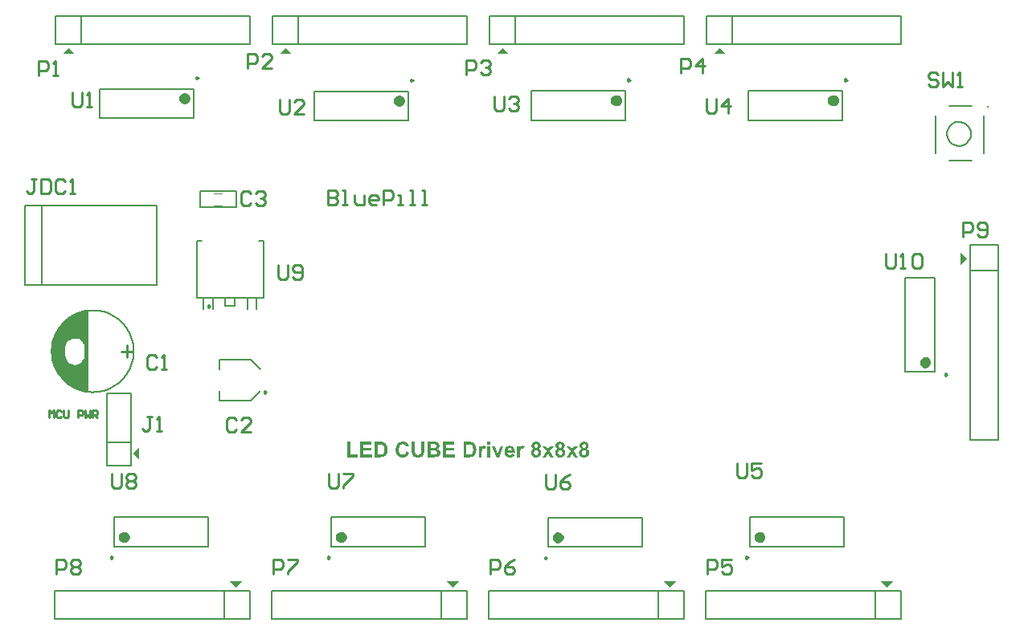
<source format=gto>
G04*
G04 #@! TF.GenerationSoftware,Altium Limited,Altium Designer,18.1.6 (161)*
G04*
G04 Layer_Color=65535*
%FSLAX25Y25*%
%MOIN*%
G70*
G01*
G75*
%ADD10C,0.02362*%
%ADD11C,0.00984*%
%ADD12C,0.01000*%
%ADD13C,0.00700*%
%ADD14C,0.00600*%
%ADD15C,0.00787*%
%ADD16C,0.00400*%
%ADD17C,0.00500*%
G36*
X240500Y162500D02*
X243000Y165000D01*
X238000D01*
X240500Y162500D01*
D02*
G37*
G36*
X197600Y218100D02*
X200100Y215600D01*
Y220600D01*
X197600Y218100D01*
D02*
G37*
G36*
X178500Y258000D02*
X175000Y254500D01*
X172207D01*
X172040Y254508D01*
X171712Y254573D01*
X171402Y254702D01*
X171124Y254888D01*
X171000Y255000D01*
D01*
X170353Y255646D01*
X170274Y255734D01*
X170142Y255931D01*
X170052Y256150D01*
X170006Y256382D01*
X170000Y256500D01*
D01*
X169500Y257000D01*
X169387Y257124D01*
X169202Y257402D01*
X169073Y257712D01*
X169008Y258040D01*
X169000Y258207D01*
D01*
Y263293D01*
X169008Y263460D01*
X169073Y263788D01*
X169202Y264098D01*
X169387Y264376D01*
X169500Y264500D01*
Y264500D01*
X170646Y265646D01*
X170734Y265726D01*
X170931Y265858D01*
X171150Y265948D01*
X171382Y265994D01*
X171500Y266000D01*
X171624Y266112D01*
X171902Y266298D01*
X172212Y266426D01*
X172540Y266492D01*
X172707Y266500D01*
D01*
X174086D01*
X174420Y266484D01*
X175077Y266353D01*
X175695Y266097D01*
X176252Y265725D01*
X176500Y265500D01*
D01*
X177646Y264353D01*
X177726Y264266D01*
X177857Y264069D01*
X177948Y263850D01*
X177994Y263618D01*
X178000Y263500D01*
D01*
X178500D01*
Y277500D01*
X173000Y275500D01*
X169000Y272500D01*
X166000Y268500D01*
X164000Y262500D01*
Y258500D01*
X165500Y253500D01*
X168500Y249000D01*
X172000Y246000D01*
X176500Y244000D01*
X178500Y243500D01*
Y258000D01*
D02*
G37*
G36*
X171000Y386500D02*
X168500Y384000D01*
X173500D01*
X171000Y386500D01*
D02*
G37*
G36*
X261000D02*
X258500Y384000D01*
X263500D01*
X261000Y386500D01*
D02*
G37*
G36*
X330500Y162500D02*
X333000Y165000D01*
X328000D01*
X330500Y162500D01*
D02*
G37*
G36*
X420500D02*
X423000Y165000D01*
X418000D01*
X420500Y162500D01*
D02*
G37*
G36*
X510500D02*
X513000Y165000D01*
X508000D01*
X510500Y162500D01*
D02*
G37*
G36*
X351000Y386500D02*
X348500Y384000D01*
X353500D01*
X351000Y386500D01*
D02*
G37*
G36*
X441000D02*
X438500Y384000D01*
X443500D01*
X441000Y386500D01*
D02*
G37*
G36*
X543500Y299000D02*
X541000Y301500D01*
Y296500D01*
X543500Y299000D01*
D02*
G37*
G36*
X345870Y221780D02*
X344640D01*
Y222912D01*
X345870D01*
Y221780D01*
D02*
G37*
G36*
X309817Y223010D02*
X309914Y223000D01*
X310031Y222981D01*
X310158Y222961D01*
X310295Y222932D01*
X310451Y222893D01*
X310597Y222844D01*
X310763Y222795D01*
X310919Y222727D01*
X311076Y222639D01*
X311232Y222551D01*
X311378Y222444D01*
X311525Y222317D01*
X311534D01*
X311544Y222297D01*
X311593Y222239D01*
X311671Y222151D01*
X311769Y222014D01*
X311876Y221849D01*
X311993Y221653D01*
X312101Y221419D01*
X312188Y221146D01*
X310910Y220843D01*
Y220853D01*
X310900Y220863D01*
X310890Y220921D01*
X310851Y221009D01*
X310802Y221126D01*
X310744Y221253D01*
X310656Y221380D01*
X310558Y221507D01*
X310432Y221624D01*
X310412Y221634D01*
X310363Y221673D01*
X310295Y221722D01*
X310188Y221770D01*
X310061Y221829D01*
X309905Y221868D01*
X309739Y221907D01*
X309553Y221917D01*
X309485D01*
X309436Y221907D01*
X309377Y221897D01*
X309309Y221887D01*
X309143Y221849D01*
X308958Y221790D01*
X308763Y221702D01*
X308675Y221643D01*
X308577Y221575D01*
X308489Y221487D01*
X308401Y221399D01*
Y221390D01*
X308382Y221380D01*
X308362Y221341D01*
X308333Y221302D01*
X308304Y221243D01*
X308265Y221175D01*
X308226Y221097D01*
X308187Y220999D01*
X308138Y220892D01*
X308099Y220775D01*
X308060Y220638D01*
X308031Y220482D01*
X308001Y220326D01*
X307982Y220141D01*
X307972Y219945D01*
X307962Y219740D01*
Y219731D01*
Y219691D01*
Y219623D01*
X307972Y219545D01*
Y219438D01*
X307982Y219330D01*
X308001Y219203D01*
X308021Y219067D01*
X308070Y218784D01*
X308148Y218491D01*
X308196Y218354D01*
X308255Y218228D01*
X308314Y218110D01*
X308392Y218003D01*
X308401Y217993D01*
X308411Y217984D01*
X308470Y217925D01*
X308567Y217847D01*
X308694Y217749D01*
X308860Y217652D01*
X309055Y217574D01*
X309280Y217515D01*
X309397Y217505D01*
X309524Y217495D01*
X309573D01*
X309612Y217505D01*
X309709Y217515D01*
X309826Y217535D01*
X309973Y217574D01*
X310119Y217632D01*
X310266Y217710D01*
X310412Y217818D01*
X310432Y217837D01*
X310471Y217876D01*
X310539Y217964D01*
X310617Y218071D01*
X310705Y218218D01*
X310793Y218403D01*
X310880Y218608D01*
X310949Y218862D01*
X312208Y218472D01*
Y218462D01*
X312198Y218423D01*
X312179Y218374D01*
X312149Y218296D01*
X312120Y218208D01*
X312081Y218110D01*
X312032Y217993D01*
X311974Y217876D01*
X311847Y217622D01*
X311681Y217359D01*
X311476Y217115D01*
X311368Y216998D01*
X311242Y216900D01*
X311232Y216890D01*
X311212Y216881D01*
X311173Y216851D01*
X311124Y216822D01*
X311056Y216783D01*
X310978Y216744D01*
X310880Y216695D01*
X310773Y216646D01*
X310656Y216598D01*
X310529Y216549D01*
X310392Y216510D01*
X310246Y216471D01*
X310080Y216441D01*
X309914Y216412D01*
X309729Y216402D01*
X309543Y216393D01*
X309485D01*
X309417Y216402D01*
X309329D01*
X309221Y216422D01*
X309094Y216441D01*
X308958Y216461D01*
X308802Y216500D01*
X308636Y216549D01*
X308470Y216607D01*
X308294Y216676D01*
X308118Y216763D01*
X307943Y216861D01*
X307767Y216978D01*
X307601Y217105D01*
X307445Y217261D01*
X307435Y217271D01*
X307406Y217300D01*
X307367Y217349D01*
X307318Y217417D01*
X307259Y217505D01*
X307181Y217613D01*
X307113Y217740D01*
X307035Y217886D01*
X306957Y218042D01*
X306889Y218228D01*
X306820Y218423D01*
X306752Y218637D01*
X306703Y218862D01*
X306664Y219106D01*
X306635Y219369D01*
X306625Y219643D01*
Y219662D01*
Y219711D01*
X306635Y219799D01*
Y219906D01*
X306654Y220043D01*
X306664Y220199D01*
X306693Y220365D01*
X306733Y220550D01*
X306771Y220755D01*
X306830Y220951D01*
X306889Y221165D01*
X306967Y221370D01*
X307064Y221575D01*
X307172Y221770D01*
X307299Y221956D01*
X307445Y222131D01*
X307455Y222141D01*
X307484Y222171D01*
X307533Y222210D01*
X307591Y222268D01*
X307679Y222337D01*
X307777Y222415D01*
X307894Y222493D01*
X308031Y222581D01*
X308177Y222659D01*
X308343Y222737D01*
X308519Y222815D01*
X308714Y222883D01*
X308919Y222942D01*
X309143Y222981D01*
X309377Y223010D01*
X309621Y223020D01*
X309739D01*
X309817Y223010D01*
D02*
G37*
G36*
X359378Y221234D02*
X359485Y221214D01*
X359602Y221185D01*
X359749Y221146D01*
X359895Y221087D01*
X360042Y221009D01*
X359661Y219935D01*
X359651Y219945D01*
X359612Y219965D01*
X359544Y220004D01*
X359475Y220043D01*
X359378Y220072D01*
X359280Y220111D01*
X359183Y220131D01*
X359075Y220141D01*
X359036D01*
X358987Y220131D01*
X358929Y220121D01*
X358861Y220101D01*
X358783Y220082D01*
X358704Y220043D01*
X358636Y219994D01*
X358626Y219984D01*
X358607Y219965D01*
X358578Y219926D01*
X358539Y219877D01*
X358490Y219809D01*
X358441Y219711D01*
X358392Y219604D01*
X358353Y219477D01*
Y219457D01*
X358343Y219438D01*
X358334Y219399D01*
Y219360D01*
X358324Y219301D01*
X358314Y219223D01*
X358304Y219145D01*
X358295Y219047D01*
X358285Y218940D01*
X358275Y218813D01*
Y218667D01*
X358265Y218511D01*
X358256Y218335D01*
Y218140D01*
Y217925D01*
Y216500D01*
X357026D01*
Y221146D01*
X358168D01*
Y220492D01*
X358177Y220502D01*
X358217Y220560D01*
X358275Y220638D01*
X358343Y220736D01*
X358421Y220843D01*
X358509Y220941D01*
X358607Y221029D01*
X358695Y221097D01*
X358704Y221107D01*
X358734Y221116D01*
X358783Y221146D01*
X358851Y221175D01*
X358929Y221195D01*
X359017Y221224D01*
X359114Y221234D01*
X359222Y221243D01*
X359290D01*
X359378Y221234D01*
D02*
G37*
G36*
X343450D02*
X343557Y221214D01*
X343674Y221185D01*
X343821Y221146D01*
X343967Y221087D01*
X344113Y221009D01*
X343733Y219935D01*
X343723Y219945D01*
X343684Y219965D01*
X343616Y220004D01*
X343547Y220043D01*
X343450Y220072D01*
X343352Y220111D01*
X343254Y220131D01*
X343147Y220141D01*
X343108D01*
X343059Y220131D01*
X343001Y220121D01*
X342932Y220101D01*
X342854Y220082D01*
X342776Y220043D01*
X342708Y219994D01*
X342698Y219984D01*
X342679Y219965D01*
X342649Y219926D01*
X342610Y219877D01*
X342561Y219809D01*
X342513Y219711D01*
X342464Y219604D01*
X342425Y219477D01*
Y219457D01*
X342415Y219438D01*
X342405Y219399D01*
Y219360D01*
X342395Y219301D01*
X342386Y219223D01*
X342376Y219145D01*
X342366Y219047D01*
X342356Y218940D01*
X342347Y218813D01*
Y218667D01*
X342337Y218511D01*
X342327Y218335D01*
Y218140D01*
Y217925D01*
Y216500D01*
X341097D01*
Y221146D01*
X342239D01*
Y220492D01*
X342249Y220502D01*
X342288Y220560D01*
X342347Y220638D01*
X342415Y220736D01*
X342493Y220843D01*
X342581Y220941D01*
X342679Y221029D01*
X342766Y221097D01*
X342776Y221107D01*
X342805Y221116D01*
X342854Y221146D01*
X342923Y221175D01*
X343001Y221195D01*
X343089Y221224D01*
X343186Y221234D01*
X343293Y221243D01*
X343362D01*
X343450Y221234D01*
D02*
G37*
G36*
X380518Y218940D02*
X382236Y216500D01*
X380733D01*
X379786Y217935D01*
X378830Y216500D01*
X377395D01*
X379064Y218891D01*
X377463Y221146D01*
X378966D01*
X379786Y219867D01*
X380655Y221146D01*
X382089D01*
X380518Y218940D01*
D02*
G37*
G36*
X370563D02*
X372281Y216500D01*
X370778D01*
X369831Y217935D01*
X368874Y216500D01*
X367440D01*
X369109Y218891D01*
X367508Y221146D01*
X369011D01*
X369831Y219867D01*
X370700Y221146D01*
X372134D01*
X370563Y218940D01*
D02*
G37*
G36*
X349511Y216500D02*
X348408D01*
X346534Y221146D01*
X347822D01*
X348700Y218774D01*
X348954Y217974D01*
Y217984D01*
X348974Y218023D01*
X348984Y218071D01*
X349003Y218140D01*
X349052Y218267D01*
X349071Y218325D01*
X349081Y218374D01*
Y218384D01*
X349091Y218403D01*
X349101Y218442D01*
X349120Y218501D01*
X349159Y218628D01*
X349208Y218774D01*
X350096Y221146D01*
X351355D01*
X349511Y216500D01*
D02*
G37*
G36*
X318415Y219535D02*
Y219526D01*
Y219487D01*
Y219428D01*
Y219350D01*
Y219252D01*
X318405Y219145D01*
Y219028D01*
Y218901D01*
X318386Y218628D01*
X318366Y218364D01*
X318357Y218237D01*
X318347Y218110D01*
X318327Y218003D01*
X318308Y217905D01*
Y217896D01*
Y217886D01*
X318288Y217827D01*
X318259Y217740D01*
X318220Y217622D01*
X318161Y217495D01*
X318103Y217359D01*
X318015Y217222D01*
X317917Y217095D01*
X317908Y217086D01*
X317869Y217037D01*
X317800Y216978D01*
X317722Y216910D01*
X317605Y216822D01*
X317478Y216734D01*
X317332Y216646D01*
X317166Y216568D01*
X317156D01*
X317146Y216559D01*
X317117Y216549D01*
X317078Y216539D01*
X317039Y216529D01*
X316981Y216510D01*
X316834Y216480D01*
X316658Y216441D01*
X316453Y216412D01*
X316209Y216393D01*
X315936Y216383D01*
X315790D01*
X315712Y216393D01*
X315624D01*
X315419Y216412D01*
X315194Y216432D01*
X314970Y216471D01*
X314745Y216519D01*
X314648Y216549D01*
X314550Y216588D01*
X314541D01*
X314531Y216598D01*
X314472Y216627D01*
X314384Y216676D01*
X314277Y216734D01*
X314160Y216822D01*
X314033Y216910D01*
X313916Y217027D01*
X313799Y217144D01*
X313789Y217164D01*
X313760Y217203D01*
X313711Y217271D01*
X313652Y217359D01*
X313594Y217466D01*
X313535Y217593D01*
X313477Y217720D01*
X313438Y217857D01*
Y217866D01*
Y217886D01*
X313428Y217915D01*
X313418Y217964D01*
X313408Y218013D01*
X313399Y218091D01*
X313389Y218169D01*
X313379Y218267D01*
X313369Y218374D01*
X313359Y218491D01*
X313350Y218628D01*
X313340Y218774D01*
X313330Y218930D01*
Y219106D01*
X313320Y219291D01*
Y219487D01*
Y222912D01*
X314619D01*
Y219428D01*
Y219418D01*
Y219389D01*
Y219350D01*
Y219291D01*
Y219233D01*
Y219155D01*
X314628Y218979D01*
Y218803D01*
X314638Y218628D01*
X314648Y218472D01*
Y218403D01*
X314658Y218354D01*
Y218335D01*
X314677Y218286D01*
X314706Y218218D01*
X314736Y218130D01*
X314794Y218023D01*
X314863Y217915D01*
X314941Y217818D01*
X315048Y217720D01*
X315068Y217710D01*
X315107Y217681D01*
X315175Y217642D01*
X315272Y217603D01*
X315390Y217564D01*
X315536Y217525D01*
X315712Y217495D01*
X315897Y217486D01*
X315985D01*
X316083Y217495D01*
X316209Y217515D01*
X316336Y217544D01*
X316473Y217583D01*
X316600Y217632D01*
X316717Y217710D01*
X316727Y217720D01*
X316766Y217749D01*
X316815Y217798D01*
X316863Y217866D01*
X316922Y217945D01*
X316981Y218032D01*
X317029Y218140D01*
X317059Y218257D01*
Y218276D01*
X317068Y218325D01*
X317078Y218403D01*
X317088Y218520D01*
X317098Y218667D01*
X317107Y218862D01*
Y218969D01*
X317117Y219086D01*
Y219213D01*
Y219350D01*
Y222912D01*
X318415D01*
Y219535D01*
D02*
G37*
G36*
X345870Y216500D02*
X344640D01*
Y221146D01*
X345870D01*
Y216500D01*
D02*
G37*
G36*
X337330Y222903D02*
X337506Y222893D01*
X337711Y222883D01*
X337906Y222864D01*
X338101Y222825D01*
X338277Y222785D01*
X338287D01*
X338306Y222776D01*
X338335Y222766D01*
X338374Y222756D01*
X338472Y222707D01*
X338609Y222649D01*
X338755Y222571D01*
X338911Y222463D01*
X339077Y222337D01*
X339233Y222190D01*
X339243D01*
X339253Y222171D01*
X339302Y222112D01*
X339370Y222024D01*
X339468Y221907D01*
X339565Y221751D01*
X339663Y221575D01*
X339760Y221380D01*
X339848Y221156D01*
Y221146D01*
X339858Y221126D01*
X339868Y221097D01*
X339877Y221048D01*
X339897Y220990D01*
X339916Y220912D01*
X339936Y220833D01*
X339955Y220736D01*
X339975Y220628D01*
X339995Y220521D01*
X340034Y220258D01*
X340053Y219965D01*
X340063Y219643D01*
Y219633D01*
Y219604D01*
Y219565D01*
Y219506D01*
X340053Y219438D01*
Y219360D01*
X340034Y219174D01*
X340014Y218959D01*
X339975Y218735D01*
X339926Y218501D01*
X339858Y218276D01*
Y218267D01*
X339848Y218247D01*
X339838Y218208D01*
X339819Y218159D01*
X339790Y218101D01*
X339760Y218032D01*
X339682Y217876D01*
X339585Y217691D01*
X339468Y217505D01*
X339331Y217320D01*
X339175Y217144D01*
X339155Y217134D01*
X339116Y217086D01*
X339038Y217027D01*
X338941Y216959D01*
X338804Y216871D01*
X338648Y216783D01*
X338472Y216705D01*
X338267Y216627D01*
X338247Y216617D01*
X338189Y216607D01*
X338101Y216588D01*
X337965Y216568D01*
X337808Y216539D01*
X337613Y216519D01*
X337379Y216510D01*
X337125Y216500D01*
X334705D01*
Y222912D01*
X337252D01*
X337330Y222903D01*
D02*
G37*
G36*
X330986Y221829D02*
X327541D01*
Y220404D01*
X330742D01*
Y219321D01*
X327541D01*
Y217583D01*
X331113D01*
Y216500D01*
X326243D01*
Y222912D01*
X330986D01*
Y221829D01*
D02*
G37*
G36*
X322768Y222903D02*
X322954Y222893D01*
X323139Y222883D01*
X323315Y222864D01*
X323471Y222844D01*
X323490D01*
X323539Y222834D01*
X323607Y222815D01*
X323695Y222785D01*
X323803Y222756D01*
X323920Y222707D01*
X324027Y222649D01*
X324144Y222581D01*
X324154Y222571D01*
X324193Y222541D01*
X324252Y222502D01*
X324320Y222434D01*
X324388Y222356D01*
X324476Y222268D01*
X324554Y222161D01*
X324632Y222044D01*
X324642Y222024D01*
X324662Y221985D01*
X324701Y221917D01*
X324740Y221829D01*
X324769Y221712D01*
X324808Y221585D01*
X324828Y221448D01*
X324837Y221292D01*
Y221273D01*
Y221214D01*
X324828Y221126D01*
X324808Y221019D01*
X324779Y220892D01*
X324730Y220755D01*
X324671Y220609D01*
X324593Y220463D01*
X324584Y220443D01*
X324545Y220404D01*
X324496Y220336D01*
X324418Y220258D01*
X324320Y220160D01*
X324213Y220072D01*
X324076Y219984D01*
X323930Y219906D01*
X323939D01*
X323959Y219897D01*
X323988Y219887D01*
X324027Y219877D01*
X324135Y219828D01*
X324261Y219770D01*
X324408Y219691D01*
X324554Y219594D01*
X324701Y219467D01*
X324828Y219321D01*
X324837Y219301D01*
X324876Y219252D01*
X324925Y219164D01*
X324993Y219047D01*
X325052Y218901D01*
X325101Y218745D01*
X325140Y218559D01*
X325150Y218354D01*
Y218335D01*
Y218276D01*
X325140Y218198D01*
X325120Y218081D01*
X325101Y217954D01*
X325062Y217808D01*
X325013Y217661D01*
X324945Y217505D01*
X324935Y217486D01*
X324906Y217437D01*
X324857Y217359D01*
X324798Y217271D01*
X324720Y217164D01*
X324623Y217056D01*
X324515Y216939D01*
X324388Y216842D01*
X324369Y216832D01*
X324330Y216803D01*
X324252Y216763D01*
X324144Y216715D01*
X324017Y216656D01*
X323871Y216607D01*
X323705Y216568D01*
X323520Y216539D01*
X323481D01*
X323451Y216529D01*
X323354D01*
X323285Y216519D01*
X323110D01*
X322993Y216510D01*
X322729D01*
X322563Y216500D01*
X319782D01*
Y222912D01*
X322602D01*
X322768Y222903D01*
D02*
G37*
G36*
X300535D02*
X300711Y222893D01*
X300916Y222883D01*
X301111Y222864D01*
X301306Y222825D01*
X301482Y222785D01*
X301491D01*
X301511Y222776D01*
X301540Y222766D01*
X301579Y222756D01*
X301677Y222707D01*
X301813Y222649D01*
X301960Y222571D01*
X302116Y222463D01*
X302282Y222337D01*
X302438Y222190D01*
X302448D01*
X302458Y222171D01*
X302506Y222112D01*
X302575Y222024D01*
X302672Y221907D01*
X302770Y221751D01*
X302868Y221575D01*
X302965Y221380D01*
X303053Y221156D01*
Y221146D01*
X303063Y221126D01*
X303073Y221097D01*
X303082Y221048D01*
X303102Y220990D01*
X303121Y220912D01*
X303141Y220833D01*
X303160Y220736D01*
X303180Y220628D01*
X303199Y220521D01*
X303238Y220258D01*
X303258Y219965D01*
X303268Y219643D01*
Y219633D01*
Y219604D01*
Y219565D01*
Y219506D01*
X303258Y219438D01*
Y219360D01*
X303238Y219174D01*
X303219Y218959D01*
X303180Y218735D01*
X303131Y218501D01*
X303063Y218276D01*
Y218267D01*
X303053Y218247D01*
X303043Y218208D01*
X303024Y218159D01*
X302994Y218101D01*
X302965Y218032D01*
X302887Y217876D01*
X302789Y217691D01*
X302672Y217505D01*
X302536Y217320D01*
X302379Y217144D01*
X302360Y217134D01*
X302321Y217086D01*
X302243Y217027D01*
X302145Y216959D01*
X302009Y216871D01*
X301852Y216783D01*
X301677Y216705D01*
X301472Y216627D01*
X301452Y216617D01*
X301394Y216607D01*
X301306Y216588D01*
X301169Y216568D01*
X301013Y216539D01*
X300818Y216519D01*
X300584Y216510D01*
X300330Y216500D01*
X297909D01*
Y222912D01*
X300457D01*
X300535Y222903D01*
D02*
G37*
G36*
X296680Y221829D02*
X293234D01*
Y220404D01*
X296436D01*
Y219321D01*
X293234D01*
Y217583D01*
X296807D01*
Y216500D01*
X291936D01*
Y222912D01*
X296680D01*
Y221829D01*
D02*
G37*
G36*
X287798Y217583D02*
X291009D01*
Y216500D01*
X286500D01*
Y222854D01*
X287798D01*
Y217583D01*
D02*
G37*
G36*
X384920Y222922D02*
X384998D01*
X385086Y222912D01*
X385183Y222893D01*
X385291Y222873D01*
X385515Y222815D01*
X385749Y222737D01*
X385984Y222620D01*
X386091Y222541D01*
X386189Y222463D01*
X386198Y222454D01*
X386208Y222444D01*
X386237Y222415D01*
X386267Y222375D01*
X386345Y222278D01*
X386442Y222141D01*
X386540Y221966D01*
X386618Y221761D01*
X386677Y221536D01*
X386686Y221409D01*
X386696Y221273D01*
Y221253D01*
Y221195D01*
X386686Y221116D01*
X386667Y221009D01*
X386638Y220882D01*
X386599Y220755D01*
X386540Y220619D01*
X386462Y220482D01*
X386452Y220463D01*
X386423Y220424D01*
X386364Y220365D01*
X386296Y220287D01*
X386198Y220199D01*
X386091Y220111D01*
X385954Y220033D01*
X385808Y219955D01*
X385818D01*
X385827Y219945D01*
X385857Y219935D01*
X385896Y219916D01*
X385993Y219867D01*
X386111Y219799D01*
X386237Y219711D01*
X386374Y219604D01*
X386501Y219477D01*
X386618Y219330D01*
X386628Y219311D01*
X386667Y219262D01*
X386706Y219174D01*
X386765Y219057D01*
X386813Y218920D01*
X386862Y218755D01*
X386891Y218569D01*
X386901Y218374D01*
Y218364D01*
Y218335D01*
Y218286D01*
X386891Y218228D01*
X386882Y218149D01*
X386872Y218062D01*
X386852Y217964D01*
X386833Y217857D01*
X386765Y217632D01*
X386716Y217515D01*
X386657Y217388D01*
X386589Y217271D01*
X386521Y217154D01*
X386423Y217037D01*
X386325Y216929D01*
X386315Y216920D01*
X386296Y216910D01*
X386267Y216881D01*
X386218Y216842D01*
X386169Y216803D01*
X386101Y216754D01*
X386013Y216705D01*
X385925Y216656D01*
X385827Y216607D01*
X385710Y216559D01*
X385583Y216510D01*
X385457Y216471D01*
X385310Y216432D01*
X385154Y216402D01*
X384998Y216393D01*
X384822Y216383D01*
X384734D01*
X384676Y216393D01*
X384598D01*
X384510Y216412D01*
X384412Y216422D01*
X384315Y216441D01*
X384081Y216500D01*
X383837Y216578D01*
X383593Y216695D01*
X383475Y216763D01*
X383368Y216842D01*
X383358Y216851D01*
X383339Y216871D01*
X383309Y216900D01*
X383261Y216939D01*
X383212Y216998D01*
X383153Y217066D01*
X383095Y217144D01*
X383026Y217232D01*
X382968Y217330D01*
X382899Y217437D01*
X382841Y217564D01*
X382792Y217691D01*
X382743Y217837D01*
X382714Y217993D01*
X382695Y218149D01*
X382685Y218325D01*
Y218335D01*
Y218345D01*
Y218374D01*
Y218413D01*
X382695Y218511D01*
X382714Y218637D01*
X382743Y218784D01*
X382792Y218950D01*
X382851Y219116D01*
X382939Y219282D01*
Y219291D01*
X382948Y219301D01*
X382987Y219350D01*
X383046Y219438D01*
X383134Y219535D01*
X383251Y219643D01*
X383387Y219750D01*
X383553Y219857D01*
X383749Y219955D01*
X383739D01*
X383729Y219965D01*
X383671Y219994D01*
X383593Y220033D01*
X383485Y220101D01*
X383378Y220170D01*
X383261Y220267D01*
X383153Y220375D01*
X383065Y220502D01*
X383056Y220521D01*
X383036Y220560D01*
X382997Y220638D01*
X382958Y220726D01*
X382919Y220843D01*
X382880Y220980D01*
X382860Y221116D01*
X382851Y221273D01*
Y221282D01*
Y221302D01*
Y221341D01*
X382860Y221390D01*
X382870Y221458D01*
X382880Y221526D01*
X382909Y221692D01*
X382968Y221878D01*
X383065Y222083D01*
X383114Y222180D01*
X383183Y222278D01*
X383261Y222375D01*
X383348Y222463D01*
X383358Y222473D01*
X383368Y222483D01*
X383397Y222502D01*
X383436Y222541D01*
X383495Y222571D01*
X383553Y222610D01*
X383631Y222659D01*
X383710Y222698D01*
X383807Y222746D01*
X383915Y222785D01*
X384032Y222825D01*
X384159Y222864D01*
X384295Y222893D01*
X384442Y222912D01*
X384608Y222922D01*
X384773Y222932D01*
X384861D01*
X384920Y222922D01*
D02*
G37*
G36*
X374965D02*
X375043D01*
X375131Y222912D01*
X375228Y222893D01*
X375336Y222873D01*
X375560Y222815D01*
X375794Y222737D01*
X376028Y222620D01*
X376136Y222541D01*
X376233Y222463D01*
X376243Y222454D01*
X376253Y222444D01*
X376282Y222415D01*
X376311Y222375D01*
X376390Y222278D01*
X376487Y222141D01*
X376585Y221966D01*
X376663Y221761D01*
X376721Y221536D01*
X376731Y221409D01*
X376741Y221273D01*
Y221253D01*
Y221195D01*
X376731Y221116D01*
X376712Y221009D01*
X376682Y220882D01*
X376643Y220755D01*
X376585Y220619D01*
X376507Y220482D01*
X376497Y220463D01*
X376468Y220424D01*
X376409Y220365D01*
X376341Y220287D01*
X376243Y220199D01*
X376136Y220111D01*
X375999Y220033D01*
X375853Y219955D01*
X375863D01*
X375872Y219945D01*
X375902Y219935D01*
X375941Y219916D01*
X376038Y219867D01*
X376155Y219799D01*
X376282Y219711D01*
X376419Y219604D01*
X376546Y219477D01*
X376663Y219330D01*
X376673Y219311D01*
X376712Y219262D01*
X376751Y219174D01*
X376809Y219057D01*
X376858Y218920D01*
X376907Y218755D01*
X376936Y218569D01*
X376946Y218374D01*
Y218364D01*
Y218335D01*
Y218286D01*
X376936Y218228D01*
X376926Y218149D01*
X376917Y218062D01*
X376897Y217964D01*
X376878Y217857D01*
X376809Y217632D01*
X376761Y217515D01*
X376702Y217388D01*
X376634Y217271D01*
X376565Y217154D01*
X376468Y217037D01*
X376370Y216929D01*
X376360Y216920D01*
X376341Y216910D01*
X376311Y216881D01*
X376263Y216842D01*
X376214Y216803D01*
X376146Y216754D01*
X376058Y216705D01*
X375970Y216656D01*
X375872Y216607D01*
X375755Y216559D01*
X375628Y216510D01*
X375501Y216471D01*
X375355Y216432D01*
X375199Y216402D01*
X375043Y216393D01*
X374867Y216383D01*
X374779D01*
X374721Y216393D01*
X374643D01*
X374555Y216412D01*
X374457Y216422D01*
X374359Y216441D01*
X374125Y216500D01*
X373881Y216578D01*
X373637Y216695D01*
X373520Y216763D01*
X373413Y216842D01*
X373403Y216851D01*
X373383Y216871D01*
X373354Y216900D01*
X373305Y216939D01*
X373257Y216998D01*
X373198Y217066D01*
X373140Y217144D01*
X373071Y217232D01*
X373013Y217330D01*
X372944Y217437D01*
X372886Y217564D01*
X372837Y217691D01*
X372788Y217837D01*
X372759Y217993D01*
X372739Y218149D01*
X372730Y218325D01*
Y218335D01*
Y218345D01*
Y218374D01*
Y218413D01*
X372739Y218511D01*
X372759Y218637D01*
X372788Y218784D01*
X372837Y218950D01*
X372896Y219116D01*
X372983Y219282D01*
Y219291D01*
X372993Y219301D01*
X373032Y219350D01*
X373091Y219438D01*
X373179Y219535D01*
X373296Y219643D01*
X373432Y219750D01*
X373598Y219857D01*
X373793Y219955D01*
X373784D01*
X373774Y219965D01*
X373715Y219994D01*
X373637Y220033D01*
X373530Y220101D01*
X373423Y220170D01*
X373305Y220267D01*
X373198Y220375D01*
X373110Y220502D01*
X373100Y220521D01*
X373081Y220560D01*
X373042Y220638D01*
X373003Y220726D01*
X372964Y220843D01*
X372925Y220980D01*
X372905Y221116D01*
X372896Y221273D01*
Y221282D01*
Y221302D01*
Y221341D01*
X372905Y221390D01*
X372915Y221458D01*
X372925Y221526D01*
X372954Y221692D01*
X373013Y221878D01*
X373110Y222083D01*
X373159Y222180D01*
X373227Y222278D01*
X373305Y222375D01*
X373393Y222463D01*
X373403Y222473D01*
X373413Y222483D01*
X373442Y222502D01*
X373481Y222541D01*
X373540Y222571D01*
X373598Y222610D01*
X373676Y222659D01*
X373754Y222698D01*
X373852Y222746D01*
X373959Y222785D01*
X374077Y222825D01*
X374203Y222864D01*
X374340Y222893D01*
X374486Y222912D01*
X374652Y222922D01*
X374818Y222932D01*
X374906D01*
X374965Y222922D01*
D02*
G37*
G36*
X365009D02*
X365088D01*
X365175Y222912D01*
X365273Y222893D01*
X365380Y222873D01*
X365605Y222815D01*
X365839Y222737D01*
X366073Y222620D01*
X366181Y222541D01*
X366278Y222463D01*
X366288Y222454D01*
X366298Y222444D01*
X366327Y222415D01*
X366356Y222375D01*
X366434Y222278D01*
X366532Y222141D01*
X366630Y221966D01*
X366708Y221761D01*
X366766Y221536D01*
X366776Y221409D01*
X366786Y221273D01*
Y221253D01*
Y221195D01*
X366776Y221116D01*
X366757Y221009D01*
X366727Y220882D01*
X366688Y220755D01*
X366630Y220619D01*
X366551Y220482D01*
X366542Y220463D01*
X366512Y220424D01*
X366454Y220365D01*
X366386Y220287D01*
X366288Y220199D01*
X366181Y220111D01*
X366044Y220033D01*
X365898Y219955D01*
X365907D01*
X365917Y219945D01*
X365946Y219935D01*
X365985Y219916D01*
X366083Y219867D01*
X366200Y219799D01*
X366327Y219711D01*
X366464Y219604D01*
X366591Y219477D01*
X366708Y219330D01*
X366717Y219311D01*
X366757Y219262D01*
X366795Y219174D01*
X366854Y219057D01*
X366903Y218920D01*
X366952Y218755D01*
X366981Y218569D01*
X366991Y218374D01*
Y218364D01*
Y218335D01*
Y218286D01*
X366981Y218228D01*
X366971Y218149D01*
X366961Y218062D01*
X366942Y217964D01*
X366922Y217857D01*
X366854Y217632D01*
X366805Y217515D01*
X366747Y217388D01*
X366678Y217271D01*
X366610Y217154D01*
X366512Y217037D01*
X366415Y216929D01*
X366405Y216920D01*
X366386Y216910D01*
X366356Y216881D01*
X366307Y216842D01*
X366259Y216803D01*
X366190Y216754D01*
X366103Y216705D01*
X366015Y216656D01*
X365917Y216607D01*
X365800Y216559D01*
X365673Y216510D01*
X365546Y216471D01*
X365400Y216432D01*
X365244Y216402D01*
X365088Y216393D01*
X364912Y216383D01*
X364824D01*
X364765Y216393D01*
X364687D01*
X364599Y216412D01*
X364502Y216422D01*
X364404Y216441D01*
X364170Y216500D01*
X363926Y216578D01*
X363682Y216695D01*
X363565Y216763D01*
X363458Y216842D01*
X363448Y216851D01*
X363428Y216871D01*
X363399Y216900D01*
X363350Y216939D01*
X363301Y216998D01*
X363243Y217066D01*
X363184Y217144D01*
X363116Y217232D01*
X363057Y217330D01*
X362989Y217437D01*
X362931Y217564D01*
X362882Y217691D01*
X362833Y217837D01*
X362804Y217993D01*
X362784Y218149D01*
X362774Y218325D01*
Y218335D01*
Y218345D01*
Y218374D01*
Y218413D01*
X362784Y218511D01*
X362804Y218637D01*
X362833Y218784D01*
X362882Y218950D01*
X362940Y219116D01*
X363028Y219282D01*
Y219291D01*
X363038Y219301D01*
X363077Y219350D01*
X363136Y219438D01*
X363223Y219535D01*
X363340Y219643D01*
X363477Y219750D01*
X363643Y219857D01*
X363838Y219955D01*
X363828D01*
X363819Y219965D01*
X363760Y219994D01*
X363682Y220033D01*
X363575Y220101D01*
X363467Y220170D01*
X363350Y220267D01*
X363243Y220375D01*
X363155Y220502D01*
X363145Y220521D01*
X363126Y220560D01*
X363087Y220638D01*
X363048Y220726D01*
X363009Y220843D01*
X362970Y220980D01*
X362950Y221116D01*
X362940Y221273D01*
Y221282D01*
Y221302D01*
Y221341D01*
X362950Y221390D01*
X362960Y221458D01*
X362970Y221526D01*
X362999Y221692D01*
X363057Y221878D01*
X363155Y222083D01*
X363204Y222180D01*
X363272Y222278D01*
X363350Y222375D01*
X363438Y222463D01*
X363448Y222473D01*
X363458Y222483D01*
X363487Y222502D01*
X363526Y222541D01*
X363584Y222571D01*
X363643Y222610D01*
X363721Y222659D01*
X363799Y222698D01*
X363897Y222746D01*
X364004Y222785D01*
X364121Y222825D01*
X364248Y222864D01*
X364385Y222893D01*
X364531Y222912D01*
X364697Y222922D01*
X364863Y222932D01*
X364951D01*
X365009Y222922D01*
D02*
G37*
G36*
X354039Y221234D02*
X354127Y221224D01*
X354225Y221204D01*
X354342Y221185D01*
X354459Y221156D01*
X354586Y221116D01*
X354722Y221077D01*
X354859Y221019D01*
X354996Y220951D01*
X355132Y220872D01*
X355259Y220775D01*
X355386Y220677D01*
X355503Y220550D01*
X355513Y220541D01*
X355533Y220521D01*
X355562Y220482D01*
X355601Y220424D01*
X355640Y220345D01*
X355689Y220258D01*
X355747Y220160D01*
X355796Y220033D01*
X355855Y219897D01*
X355903Y219740D01*
X355952Y219565D01*
X356001Y219379D01*
X356030Y219174D01*
X356060Y218959D01*
X356079Y218716D01*
Y218462D01*
X353005D01*
Y218452D01*
Y218442D01*
Y218413D01*
X353014Y218374D01*
X353024Y218267D01*
X353044Y218149D01*
X353083Y218003D01*
X353132Y217866D01*
X353200Y217730D01*
X353297Y217603D01*
X353307Y217593D01*
X353346Y217554D01*
X353405Y217505D01*
X353493Y217457D01*
X353590Y217398D01*
X353717Y217349D01*
X353854Y217310D01*
X354000Y217300D01*
X354049D01*
X354107Y217310D01*
X354176Y217320D01*
X354244Y217339D01*
X354332Y217369D01*
X354410Y217408D01*
X354488Y217457D01*
X354498Y217466D01*
X354517Y217486D01*
X354556Y217525D01*
X354595Y217583D01*
X354644Y217652D01*
X354703Y217740D01*
X354752Y217837D01*
X354791Y217964D01*
X356011Y217759D01*
Y217749D01*
X356001Y217730D01*
X355981Y217691D01*
X355962Y217652D01*
X355942Y217593D01*
X355903Y217525D01*
X355825Y217378D01*
X355718Y217213D01*
X355591Y217047D01*
X355435Y216881D01*
X355259Y216734D01*
X355249D01*
X355240Y216715D01*
X355210Y216705D01*
X355171Y216676D01*
X355123Y216656D01*
X355054Y216627D01*
X354908Y216559D01*
X354722Y216490D01*
X354508Y216441D01*
X354264Y216402D01*
X353990Y216383D01*
X353942D01*
X353873Y216393D01*
X353795D01*
X353688Y216412D01*
X353580Y216422D01*
X353454Y216451D01*
X353317Y216480D01*
X353171Y216519D01*
X353024Y216578D01*
X352868Y216637D01*
X352722Y216715D01*
X352575Y216803D01*
X352439Y216910D01*
X352312Y217037D01*
X352195Y217173D01*
Y217183D01*
X352175Y217203D01*
X352155Y217242D01*
X352126Y217291D01*
X352087Y217349D01*
X352048Y217427D01*
X352009Y217515D01*
X351970Y217613D01*
X351931Y217720D01*
X351892Y217847D01*
X351853Y217974D01*
X351814Y218120D01*
X351765Y218432D01*
X351755Y218598D01*
X351746Y218774D01*
Y218784D01*
Y218823D01*
Y218881D01*
X351755Y218969D01*
X351765Y219057D01*
X351775Y219174D01*
X351794Y219301D01*
X351824Y219428D01*
X351892Y219721D01*
X351941Y219867D01*
X351999Y220023D01*
X352068Y220170D01*
X352146Y220316D01*
X352234Y220453D01*
X352341Y220580D01*
X352351Y220589D01*
X352370Y220609D01*
X352399Y220638D01*
X352448Y220687D01*
X352507Y220736D01*
X352585Y220794D01*
X352663Y220853D01*
X352761Y220912D01*
X352868Y220970D01*
X352975Y221038D01*
X353102Y221087D01*
X353239Y221136D01*
X353385Y221185D01*
X353532Y221214D01*
X353698Y221234D01*
X353864Y221243D01*
X353961D01*
X354039Y221234D01*
D02*
G37*
%LPC*%
G36*
X336852Y221829D02*
X336003D01*
Y217583D01*
X337145D01*
X337262Y217593D01*
X337379D01*
X337515Y217613D01*
X337633Y217622D01*
X337730Y217642D01*
X337740D01*
X337789Y217661D01*
X337847Y217681D01*
X337916Y217701D01*
X338091Y217788D01*
X338179Y217837D01*
X338257Y217905D01*
X338267Y217915D01*
X338296Y217945D01*
X338326Y217984D01*
X338374Y218052D01*
X338433Y218140D01*
X338482Y218247D01*
X338540Y218374D01*
X338589Y218520D01*
Y218530D01*
X338599Y218540D01*
Y218569D01*
X338609Y218598D01*
X338628Y218696D01*
X338657Y218833D01*
X338687Y218999D01*
X338706Y219203D01*
X338716Y219438D01*
X338726Y219701D01*
Y219711D01*
Y219731D01*
Y219770D01*
Y219828D01*
Y219887D01*
X338716Y219955D01*
X338706Y220121D01*
X338697Y220306D01*
X338667Y220492D01*
X338638Y220677D01*
X338589Y220833D01*
X338579Y220853D01*
X338570Y220902D01*
X338540Y220970D01*
X338501Y221058D01*
X338443Y221165D01*
X338384Y221263D01*
X338316Y221370D01*
X338228Y221458D01*
X338218Y221468D01*
X338189Y221497D01*
X338130Y221536D01*
X338062Y221585D01*
X337984Y221634D01*
X337877Y221683D01*
X337759Y221722D01*
X337633Y221761D01*
X337623D01*
X337574Y221770D01*
X337506Y221780D01*
X337398Y221800D01*
X337330D01*
X337252Y221809D01*
X337174D01*
X337076Y221819D01*
X336969D01*
X336852Y221829D01*
D02*
G37*
G36*
X322378Y221849D02*
X321080D01*
Y220365D01*
X322319D01*
X322485Y220375D01*
X322768D01*
X322827Y220385D01*
X322885D01*
X322924Y220394D01*
X322983Y220404D01*
X323051Y220424D01*
X323139Y220453D01*
X323227Y220492D01*
X323305Y220550D01*
X323383Y220609D01*
X323393Y220619D01*
X323412Y220648D01*
X323442Y220687D01*
X323481Y220746D01*
X323520Y220824D01*
X323549Y220902D01*
X323569Y221009D01*
X323578Y221116D01*
Y221126D01*
Y221165D01*
X323569Y221224D01*
X323559Y221282D01*
X323539Y221360D01*
X323510Y221439D01*
X323471Y221517D01*
X323412Y221595D01*
X323403Y221604D01*
X323383Y221624D01*
X323344Y221653D01*
X323285Y221692D01*
X323217Y221731D01*
X323139Y221770D01*
X323041Y221800D01*
X322924Y221819D01*
X322915D01*
X322875Y221829D01*
X322768D01*
X322710Y221839D01*
X322475D01*
X322378Y221849D01*
D02*
G37*
G36*
X322417Y219301D02*
X321080D01*
Y217583D01*
X322505D01*
X322641Y217593D01*
X322797D01*
X322944Y217603D01*
X323071Y217613D01*
X323119D01*
X323159Y217622D01*
X323168D01*
X323207Y217632D01*
X323256Y217652D01*
X323324Y217671D01*
X323393Y217710D01*
X323481Y217749D01*
X323559Y217808D01*
X323627Y217876D01*
X323637Y217886D01*
X323656Y217915D01*
X323686Y217964D01*
X323725Y218023D01*
X323754Y218101D01*
X323783Y218198D01*
X323803Y218306D01*
X323813Y218423D01*
Y218432D01*
Y218472D01*
X323803Y218520D01*
X323793Y218589D01*
X323773Y218667D01*
X323754Y218745D01*
X323715Y218833D01*
X323666Y218911D01*
X323656Y218920D01*
X323637Y218940D01*
X323607Y218979D01*
X323569Y219028D01*
X323510Y219077D01*
X323442Y219125D01*
X323363Y219164D01*
X323266Y219203D01*
X323256D01*
X323207Y219223D01*
X323139Y219233D01*
X323080Y219243D01*
X323022Y219252D01*
X322954Y219262D01*
X322866Y219272D01*
X322778Y219282D01*
X322671D01*
X322553Y219291D01*
X322417Y219301D01*
D02*
G37*
G36*
X300057Y221829D02*
X299207D01*
Y217583D01*
X300349D01*
X300467Y217593D01*
X300584D01*
X300720Y217613D01*
X300837Y217622D01*
X300935Y217642D01*
X300945D01*
X300994Y217661D01*
X301052Y217681D01*
X301120Y217701D01*
X301296Y217788D01*
X301384Y217837D01*
X301462Y217905D01*
X301472Y217915D01*
X301501Y217945D01*
X301530Y217984D01*
X301579Y218052D01*
X301638Y218140D01*
X301687Y218247D01*
X301745Y218374D01*
X301794Y218520D01*
Y218530D01*
X301804Y218540D01*
Y218569D01*
X301813Y218598D01*
X301833Y218696D01*
X301862Y218833D01*
X301891Y218999D01*
X301911Y219203D01*
X301921Y219438D01*
X301931Y219701D01*
Y219711D01*
Y219731D01*
Y219770D01*
Y219828D01*
Y219887D01*
X301921Y219955D01*
X301911Y220121D01*
X301901Y220306D01*
X301872Y220492D01*
X301843Y220677D01*
X301794Y220833D01*
X301784Y220853D01*
X301774Y220902D01*
X301745Y220970D01*
X301706Y221058D01*
X301647Y221165D01*
X301589Y221263D01*
X301521Y221370D01*
X301433Y221458D01*
X301423Y221468D01*
X301394Y221497D01*
X301335Y221536D01*
X301267Y221585D01*
X301189Y221634D01*
X301081Y221683D01*
X300964Y221722D01*
X300837Y221761D01*
X300828D01*
X300779Y221770D01*
X300711Y221780D01*
X300603Y221800D01*
X300535D01*
X300457Y221809D01*
X300379D01*
X300281Y221819D01*
X300174D01*
X300057Y221829D01*
D02*
G37*
G36*
X384783Y221956D02*
X384725D01*
X384656Y221946D01*
X384578Y221927D01*
X384490Y221907D01*
X384393Y221868D01*
X384305Y221809D01*
X384217Y221741D01*
X384207Y221731D01*
X384188Y221702D01*
X384149Y221653D01*
X384120Y221595D01*
X384081Y221517D01*
X384041Y221419D01*
X384022Y221312D01*
X384012Y221185D01*
Y221165D01*
Y221126D01*
X384022Y221058D01*
X384041Y220980D01*
X384061Y220892D01*
X384100Y220794D01*
X384149Y220707D01*
X384217Y220619D01*
X384227Y220609D01*
X384256Y220589D01*
X384305Y220550D01*
X384364Y220521D01*
X384442Y220482D01*
X384539Y220443D01*
X384647Y220424D01*
X384773Y220414D01*
X384832D01*
X384891Y220424D01*
X384969Y220443D01*
X385056Y220463D01*
X385154Y220502D01*
X385242Y220550D01*
X385330Y220619D01*
X385339Y220628D01*
X385359Y220658D01*
X385398Y220707D01*
X385437Y220765D01*
X385476Y220853D01*
X385515Y220951D01*
X385535Y221068D01*
X385544Y221195D01*
Y221214D01*
Y221253D01*
X385535Y221312D01*
X385515Y221390D01*
X385496Y221478D01*
X385457Y221565D01*
X385398Y221663D01*
X385330Y221741D01*
X385320Y221751D01*
X385291Y221770D01*
X385252Y221809D01*
X385183Y221849D01*
X385105Y221887D01*
X385017Y221927D01*
X384900Y221946D01*
X384783Y221956D01*
D02*
G37*
G36*
Y219438D02*
X384705D01*
X384627Y219418D01*
X384529Y219399D01*
X384422Y219360D01*
X384315Y219311D01*
X384207Y219233D01*
X384110Y219125D01*
X384100Y219116D01*
X384081Y219067D01*
X384041Y219008D01*
X384002Y218920D01*
X383963Y218823D01*
X383924Y218706D01*
X383905Y218579D01*
X383895Y218442D01*
Y218432D01*
Y218423D01*
Y218354D01*
X383905Y218267D01*
X383924Y218149D01*
X383954Y218023D01*
X384002Y217896D01*
X384061Y217769D01*
X384149Y217652D01*
X384159Y217642D01*
X384198Y217613D01*
X384256Y217564D01*
X384334Y217515D01*
X384422Y217457D01*
X384539Y217417D01*
X384666Y217378D01*
X384803Y217369D01*
X384871D01*
X384939Y217388D01*
X385027Y217408D01*
X385125Y217437D01*
X385232Y217486D01*
X385339Y217554D01*
X385437Y217642D01*
X385447Y217652D01*
X385476Y217691D01*
X385515Y217759D01*
X385564Y217847D01*
X385613Y217954D01*
X385652Y218091D01*
X385681Y218247D01*
X385691Y218432D01*
Y218442D01*
Y218452D01*
Y218511D01*
X385681Y218589D01*
X385662Y218696D01*
X385623Y218803D01*
X385583Y218930D01*
X385515Y219047D01*
X385427Y219155D01*
X385418Y219164D01*
X385379Y219203D01*
X385330Y219243D01*
X385252Y219301D01*
X385154Y219350D01*
X385047Y219399D01*
X384920Y219428D01*
X384783Y219438D01*
D02*
G37*
G36*
X374828Y221956D02*
X374769D01*
X374701Y221946D01*
X374623Y221927D01*
X374535Y221907D01*
X374438Y221868D01*
X374350Y221809D01*
X374262Y221741D01*
X374252Y221731D01*
X374233Y221702D01*
X374194Y221653D01*
X374164Y221595D01*
X374125Y221517D01*
X374086Y221419D01*
X374067Y221312D01*
X374057Y221185D01*
Y221165D01*
Y221126D01*
X374067Y221058D01*
X374086Y220980D01*
X374106Y220892D01*
X374145Y220794D01*
X374194Y220707D01*
X374262Y220619D01*
X374272Y220609D01*
X374301Y220589D01*
X374350Y220550D01*
X374408Y220521D01*
X374486Y220482D01*
X374584Y220443D01*
X374691Y220424D01*
X374818Y220414D01*
X374877D01*
X374935Y220424D01*
X375013Y220443D01*
X375101Y220463D01*
X375199Y220502D01*
X375287Y220550D01*
X375375Y220619D01*
X375384Y220628D01*
X375404Y220658D01*
X375443Y220707D01*
X375482Y220765D01*
X375521Y220853D01*
X375560Y220951D01*
X375580Y221068D01*
X375589Y221195D01*
Y221214D01*
Y221253D01*
X375580Y221312D01*
X375560Y221390D01*
X375540Y221478D01*
X375501Y221565D01*
X375443Y221663D01*
X375375Y221741D01*
X375365Y221751D01*
X375336Y221770D01*
X375296Y221809D01*
X375228Y221849D01*
X375150Y221887D01*
X375062Y221927D01*
X374945Y221946D01*
X374828Y221956D01*
D02*
G37*
G36*
Y219438D02*
X374750D01*
X374672Y219418D01*
X374574Y219399D01*
X374467Y219360D01*
X374359Y219311D01*
X374252Y219233D01*
X374155Y219125D01*
X374145Y219116D01*
X374125Y219067D01*
X374086Y219008D01*
X374047Y218920D01*
X374008Y218823D01*
X373969Y218706D01*
X373950Y218579D01*
X373940Y218442D01*
Y218432D01*
Y218423D01*
Y218354D01*
X373950Y218267D01*
X373969Y218149D01*
X373998Y218023D01*
X374047Y217896D01*
X374106Y217769D01*
X374194Y217652D01*
X374203Y217642D01*
X374242Y217613D01*
X374301Y217564D01*
X374379Y217515D01*
X374467Y217457D01*
X374584Y217417D01*
X374711Y217378D01*
X374848Y217369D01*
X374916D01*
X374984Y217388D01*
X375072Y217408D01*
X375170Y217437D01*
X375277Y217486D01*
X375384Y217554D01*
X375482Y217642D01*
X375492Y217652D01*
X375521Y217691D01*
X375560Y217759D01*
X375609Y217847D01*
X375658Y217954D01*
X375697Y218091D01*
X375726Y218247D01*
X375736Y218432D01*
Y218442D01*
Y218452D01*
Y218511D01*
X375726Y218589D01*
X375706Y218696D01*
X375667Y218803D01*
X375628Y218930D01*
X375560Y219047D01*
X375472Y219155D01*
X375462Y219164D01*
X375423Y219203D01*
X375375Y219243D01*
X375296Y219301D01*
X375199Y219350D01*
X375092Y219399D01*
X374965Y219428D01*
X374828Y219438D01*
D02*
G37*
G36*
X364873Y221956D02*
X364814D01*
X364746Y221946D01*
X364668Y221927D01*
X364580Y221907D01*
X364482Y221868D01*
X364395Y221809D01*
X364307Y221741D01*
X364297Y221731D01*
X364277Y221702D01*
X364238Y221653D01*
X364209Y221595D01*
X364170Y221517D01*
X364131Y221419D01*
X364111Y221312D01*
X364102Y221185D01*
Y221165D01*
Y221126D01*
X364111Y221058D01*
X364131Y220980D01*
X364151Y220892D01*
X364190Y220794D01*
X364238Y220707D01*
X364307Y220619D01*
X364317Y220609D01*
X364346Y220589D01*
X364395Y220550D01*
X364453Y220521D01*
X364531Y220482D01*
X364629Y220443D01*
X364736Y220424D01*
X364863Y220414D01*
X364922D01*
X364980Y220424D01*
X365058Y220443D01*
X365146Y220463D01*
X365244Y220502D01*
X365332Y220550D01*
X365419Y220619D01*
X365429Y220628D01*
X365449Y220658D01*
X365488Y220707D01*
X365527Y220765D01*
X365566Y220853D01*
X365605Y220951D01*
X365624Y221068D01*
X365634Y221195D01*
Y221214D01*
Y221253D01*
X365624Y221312D01*
X365605Y221390D01*
X365585Y221478D01*
X365546Y221565D01*
X365488Y221663D01*
X365419Y221741D01*
X365410Y221751D01*
X365380Y221770D01*
X365341Y221809D01*
X365273Y221849D01*
X365195Y221887D01*
X365107Y221927D01*
X364990Y221946D01*
X364873Y221956D01*
D02*
G37*
G36*
Y219438D02*
X364795D01*
X364717Y219418D01*
X364619Y219399D01*
X364512Y219360D01*
X364404Y219311D01*
X364297Y219233D01*
X364199Y219125D01*
X364190Y219116D01*
X364170Y219067D01*
X364131Y219008D01*
X364092Y218920D01*
X364053Y218823D01*
X364014Y218706D01*
X363994Y218579D01*
X363985Y218442D01*
Y218432D01*
Y218423D01*
Y218354D01*
X363994Y218267D01*
X364014Y218149D01*
X364043Y218023D01*
X364092Y217896D01*
X364151Y217769D01*
X364238Y217652D01*
X364248Y217642D01*
X364287Y217613D01*
X364346Y217564D01*
X364424Y217515D01*
X364512Y217457D01*
X364629Y217417D01*
X364756Y217378D01*
X364892Y217369D01*
X364961D01*
X365029Y217388D01*
X365117Y217408D01*
X365214Y217437D01*
X365322Y217486D01*
X365429Y217554D01*
X365527Y217642D01*
X365536Y217652D01*
X365566Y217691D01*
X365605Y217759D01*
X365654Y217847D01*
X365702Y217954D01*
X365741Y218091D01*
X365771Y218247D01*
X365780Y218432D01*
Y218442D01*
Y218452D01*
Y218511D01*
X365771Y218589D01*
X365751Y218696D01*
X365712Y218803D01*
X365673Y218930D01*
X365605Y219047D01*
X365517Y219155D01*
X365507Y219164D01*
X365468Y219203D01*
X365419Y219243D01*
X365341Y219301D01*
X365244Y219350D01*
X365136Y219399D01*
X365009Y219428D01*
X364873Y219438D01*
D02*
G37*
G36*
X353942Y220306D02*
X353873D01*
X353805Y220287D01*
X353707Y220267D01*
X353600Y220228D01*
X353493Y220180D01*
X353385Y220101D01*
X353278Y220004D01*
X353268Y219994D01*
X353239Y219955D01*
X353200Y219887D01*
X353151Y219799D01*
X353102Y219682D01*
X353063Y219545D01*
X353034Y219389D01*
X353024Y219213D01*
X354859D01*
Y219223D01*
Y219233D01*
Y219262D01*
X354849Y219301D01*
X354839Y219399D01*
X354820Y219516D01*
X354781Y219643D01*
X354732Y219779D01*
X354664Y219906D01*
X354576Y220023D01*
X354566Y220033D01*
X354527Y220072D01*
X354478Y220111D01*
X354400Y220170D01*
X354312Y220219D01*
X354205Y220267D01*
X354078Y220297D01*
X353942Y220306D01*
D02*
G37*
%LPD*%
D10*
X489232Y364665D02*
X488788Y365589D01*
X487788Y365817D01*
X486987Y365178D01*
Y364153D01*
X487788Y363514D01*
X488788Y363742D01*
X489232Y364665D01*
X399232D02*
X398788Y365589D01*
X397788Y365817D01*
X396987Y365178D01*
Y364153D01*
X397788Y363514D01*
X398788Y363742D01*
X399232Y364665D01*
X309232Y364535D02*
X308788Y365459D01*
X307788Y365687D01*
X306987Y365048D01*
Y364023D01*
X307788Y363384D01*
X308788Y363612D01*
X309232Y364535D01*
X220232Y365535D02*
X219788Y366459D01*
X218788Y366687D01*
X217987Y366048D01*
Y365023D01*
X218788Y364384D01*
X219788Y364612D01*
X220232Y365535D01*
X527347Y255949D02*
X526902Y256872D01*
X525903Y257100D01*
X525101Y256461D01*
Y255436D01*
X525903Y254797D01*
X526902Y255025D01*
X527347Y255949D01*
X458630Y183335D02*
X458185Y184258D01*
X457186Y184486D01*
X456385Y183847D01*
Y182822D01*
X457186Y182183D01*
X458185Y182411D01*
X458630Y183335D01*
X375130Y183205D02*
X374685Y184128D01*
X373686Y184356D01*
X372885Y183717D01*
Y182692D01*
X373686Y182053D01*
X374685Y182281D01*
X375130Y183205D01*
X285130Y183335D02*
X284685Y184258D01*
X283686Y184486D01*
X282885Y183847D01*
Y182822D01*
X283686Y182183D01*
X284685Y182411D01*
X285130Y183335D01*
X195130D02*
X194685Y184258D01*
X193686Y184486D01*
X192885Y183847D01*
Y182822D01*
X193686Y182183D01*
X194685Y182411D01*
X195130Y183335D01*
D11*
X493740Y373130D02*
X493002Y373556D01*
Y372704D01*
X493740Y373130D01*
X403740D02*
X403002Y373556D01*
Y372704D01*
X403740Y373130D01*
X313740Y373000D02*
X313002Y373426D01*
Y372574D01*
X313740Y373000D01*
X224740Y374000D02*
X224002Y374426D01*
Y373574D01*
X224740Y374000D01*
X253024Y243579D02*
X252285Y244005D01*
Y243152D01*
X253024Y243579D01*
X229496Y279248D02*
X228758Y279674D01*
Y278822D01*
X229496Y279248D01*
X535122Y250752D02*
X534384Y251178D01*
Y250326D01*
X535122Y250752D01*
X452744Y174870D02*
X452006Y175296D01*
Y174444D01*
X452744Y174870D01*
X369244Y174740D02*
X368506Y175166D01*
Y174314D01*
X369244Y174740D01*
X279244Y174870D02*
X278506Y175296D01*
Y174444D01*
X279244Y174870D01*
X189244D02*
X188506Y175296D01*
Y174444D01*
X189244Y174870D01*
D12*
X173500Y254500D02*
X174501Y254613D01*
X175452Y254946D01*
X176306Y255482D01*
X177018Y256194D01*
X177554Y257048D01*
X177887Y257999D01*
X178000Y259000D01*
Y261500D02*
X177998Y262514D01*
X177771Y263502D01*
X177330Y264415D01*
X176697Y265207D01*
X175903Y265837D01*
X174989Y266276D01*
X174000Y266500D01*
X172986Y266498D01*
X171998Y266271D01*
X171085Y265830D01*
X170293Y265197D01*
X169663Y264403D01*
X169224Y263489D01*
X169000Y262500D01*
Y259000D02*
X169113Y257999D01*
X169446Y257048D01*
X169982Y256194D01*
X170694Y255482D01*
X171547Y254946D01*
X172499Y254613D01*
X173500Y254500D01*
X193000Y260500D02*
X197500D01*
X195200Y258000D02*
Y263000D01*
X178000Y257500D02*
Y262500D01*
X169000Y259000D02*
Y262500D01*
X178000Y258000D02*
X178500D01*
Y244000D02*
Y277000D01*
X278500Y327198D02*
Y321200D01*
X281499D01*
X282499Y322200D01*
Y323199D01*
X281499Y324199D01*
X278500D01*
X281499D01*
X282499Y325199D01*
Y326198D01*
X281499Y327198D01*
X278500D01*
X284498Y321200D02*
X286497D01*
X285498D01*
Y327198D01*
X284498D01*
X289496Y325199D02*
Y322200D01*
X290496Y321200D01*
X293495D01*
Y325199D01*
X298494Y321200D02*
X296494D01*
X295495Y322200D01*
Y324199D01*
X296494Y325199D01*
X298494D01*
X299493Y324199D01*
Y323199D01*
X295495D01*
X301493Y321200D02*
Y327198D01*
X304492D01*
X305491Y326198D01*
Y324199D01*
X304492Y323199D01*
X301493D01*
X307491Y321200D02*
X309490D01*
X308490D01*
Y325199D01*
X307491D01*
X312489Y321200D02*
X314488D01*
X313489D01*
Y327198D01*
X312489D01*
X317487Y321200D02*
X319487D01*
X318487D01*
Y327198D01*
X317487D01*
X425000Y376000D02*
Y381998D01*
X427999D01*
X428999Y380998D01*
Y378999D01*
X427999Y377999D01*
X425000D01*
X433997Y376000D02*
Y381998D01*
X430998Y378999D01*
X434997D01*
X336000Y375500D02*
Y381498D01*
X338999D01*
X339999Y380498D01*
Y378499D01*
X338999Y377499D01*
X336000D01*
X341998Y380498D02*
X342998Y381498D01*
X344997D01*
X345997Y380498D01*
Y379499D01*
X344997Y378499D01*
X343997D01*
X344997D01*
X345997Y377499D01*
Y376500D01*
X344997Y375500D01*
X342998D01*
X341998Y376500D01*
X245087Y378000D02*
Y383998D01*
X248086D01*
X249085Y382998D01*
Y380999D01*
X248086Y379999D01*
X245087D01*
X255083Y378000D02*
X251085D01*
X255083Y381999D01*
Y382998D01*
X254084Y383998D01*
X252084D01*
X251085Y382998D01*
X158500Y375000D02*
Y380998D01*
X161499D01*
X162499Y379998D01*
Y377999D01*
X161499Y376999D01*
X158500D01*
X164498Y375000D02*
X166497D01*
X165498D01*
Y380998D01*
X164498Y379998D01*
X435500Y365498D02*
Y360500D01*
X436500Y359500D01*
X438499D01*
X439499Y360500D01*
Y365498D01*
X444497Y359500D02*
Y365498D01*
X441498Y362499D01*
X445497D01*
X347500Y366498D02*
Y361500D01*
X348500Y360500D01*
X350499D01*
X351499Y361500D01*
Y366498D01*
X353498Y365498D02*
X354498Y366498D01*
X356497D01*
X357497Y365498D01*
Y364499D01*
X356497Y363499D01*
X355497D01*
X356497D01*
X357497Y362499D01*
Y361500D01*
X356497Y360500D01*
X354498D01*
X353498Y361500D01*
X258500Y364998D02*
Y360000D01*
X259500Y359000D01*
X261499D01*
X262499Y360000D01*
Y364998D01*
X268497Y359000D02*
X264498D01*
X268497Y362999D01*
Y363998D01*
X267497Y364998D01*
X265498D01*
X264498Y363998D01*
X172376Y367998D02*
Y363000D01*
X173375Y362000D01*
X175375D01*
X176374Y363000D01*
Y367998D01*
X178374Y362000D02*
X180373D01*
X179373D01*
Y367998D01*
X178374Y366998D01*
X240499Y231998D02*
X239499Y232998D01*
X237500D01*
X236500Y231998D01*
Y228000D01*
X237500Y227000D01*
X239499D01*
X240499Y228000D01*
X246497Y227000D02*
X242498D01*
X246497Y230999D01*
Y231998D01*
X245497Y232998D01*
X243498D01*
X242498Y231998D01*
X207499Y258026D02*
X206499Y259026D01*
X204500D01*
X203500Y258026D01*
Y254027D01*
X204500Y253028D01*
X206499D01*
X207499Y254027D01*
X209498Y253028D02*
X211497D01*
X210498D01*
Y259026D01*
X209498Y258026D01*
X163000Y233000D02*
Y235999D01*
X164000Y234999D01*
X164999Y235999D01*
Y233000D01*
X167998Y235499D02*
X167499Y235999D01*
X166499D01*
X165999Y235499D01*
Y233500D01*
X166499Y233000D01*
X167499D01*
X167998Y233500D01*
X168998Y235999D02*
Y233500D01*
X169498Y233000D01*
X170498D01*
X170997Y233500D01*
Y235999D01*
X174996Y233000D02*
Y235999D01*
X176496D01*
X176996Y235499D01*
Y234500D01*
X176496Y234000D01*
X174996D01*
X177995Y235999D02*
Y233000D01*
X178995Y234000D01*
X179994Y233000D01*
Y235999D01*
X180994Y233000D02*
Y235999D01*
X182494D01*
X182993Y235499D01*
Y234500D01*
X182494Y234000D01*
X180994D01*
X181994D02*
X182993Y233000D01*
X205499Y233498D02*
X203499D01*
X204499D01*
Y228500D01*
X203499Y227500D01*
X202500D01*
X201500Y228500D01*
X207498Y227500D02*
X209497D01*
X208498D01*
Y233498D01*
X207498Y232498D01*
X246499Y325998D02*
X245499Y326998D01*
X243500D01*
X242500Y325998D01*
Y322000D01*
X243500Y321000D01*
X245499D01*
X246499Y322000D01*
X248498Y325998D02*
X249498Y326998D01*
X251497D01*
X252497Y325998D01*
Y324999D01*
X251497Y323999D01*
X250497D01*
X251497D01*
X252497Y322999D01*
Y322000D01*
X251497Y321000D01*
X249498D01*
X248498Y322000D01*
X542000Y308000D02*
Y313998D01*
X544999D01*
X545999Y312998D01*
Y310999D01*
X544999Y309999D01*
X542000D01*
X547998Y309000D02*
X548998Y308000D01*
X550997D01*
X551997Y309000D01*
Y312998D01*
X550997Y313998D01*
X548998D01*
X547998Y312998D01*
Y311999D01*
X548998Y310999D01*
X551997D01*
X165900Y168000D02*
Y173998D01*
X168899D01*
X169899Y172998D01*
Y170999D01*
X168899Y169999D01*
X165900D01*
X171898Y172998D02*
X172898Y173998D01*
X174897D01*
X175897Y172998D01*
Y171999D01*
X174897Y170999D01*
X175897Y169999D01*
Y169000D01*
X174897Y168000D01*
X172898D01*
X171898Y169000D01*
Y169999D01*
X172898Y170999D01*
X171898Y171999D01*
Y172998D01*
X172898Y170999D02*
X174897D01*
X255900Y168000D02*
Y173998D01*
X258899D01*
X259899Y172998D01*
Y170999D01*
X258899Y169999D01*
X255900D01*
X261898Y173998D02*
X265897D01*
Y172998D01*
X261898Y169000D01*
Y168000D01*
X345900D02*
Y173998D01*
X348899D01*
X349899Y172998D01*
Y170999D01*
X348899Y169999D01*
X345900D01*
X355897Y173998D02*
X353897Y172998D01*
X351898Y170999D01*
Y169000D01*
X352898Y168000D01*
X354897D01*
X355897Y169000D01*
Y169999D01*
X354897Y170999D01*
X351898D01*
X435900Y168000D02*
Y173998D01*
X438899D01*
X439899Y172998D01*
Y170999D01*
X438899Y169999D01*
X435900D01*
X445897Y173998D02*
X441898D01*
Y170999D01*
X443897Y171999D01*
X444897D01*
X445897Y170999D01*
Y169000D01*
X444897Y168000D01*
X442898D01*
X441898Y169000D01*
X258000Y296498D02*
Y291500D01*
X259000Y290500D01*
X260999D01*
X261999Y291500D01*
Y296498D01*
X263998Y291500D02*
X264998Y290500D01*
X266997D01*
X267997Y291500D01*
Y295498D01*
X266997Y296498D01*
X264998D01*
X263998Y295498D01*
Y294499D01*
X264998Y293499D01*
X267997D01*
X531599Y375198D02*
X530599Y376198D01*
X528600D01*
X527600Y375198D01*
Y374199D01*
X528600Y373199D01*
X530599D01*
X531599Y372199D01*
Y371200D01*
X530599Y370200D01*
X528600D01*
X527600Y371200D01*
X533598Y376198D02*
Y370200D01*
X535597Y372199D01*
X537597Y370200D01*
Y376198D01*
X539596Y370200D02*
X541596D01*
X540596D01*
Y376198D01*
X539596Y375198D01*
X368739Y209468D02*
Y204470D01*
X369738Y203470D01*
X371738D01*
X372737Y204470D01*
Y209468D01*
X378735D02*
X376736Y208469D01*
X374737Y206469D01*
Y204470D01*
X375736Y203470D01*
X377736D01*
X378735Y204470D01*
Y205469D01*
X377736Y206469D01*
X374737D01*
X509870Y301098D02*
Y296100D01*
X510870Y295100D01*
X512869D01*
X513869Y296100D01*
Y301098D01*
X515868Y295100D02*
X517868D01*
X516868D01*
Y301098D01*
X515868Y300098D01*
X520866D02*
X521866Y301098D01*
X523866D01*
X524865Y300098D01*
Y296100D01*
X523866Y295100D01*
X521866D01*
X520866Y296100D01*
Y300098D01*
X188800Y209598D02*
Y204600D01*
X189800Y203600D01*
X191799D01*
X192799Y204600D01*
Y209598D01*
X194798Y208598D02*
X195798Y209598D01*
X197797D01*
X198797Y208598D01*
Y207599D01*
X197797Y206599D01*
X198797Y205599D01*
Y204600D01*
X197797Y203600D01*
X195798D01*
X194798Y204600D01*
Y205599D01*
X195798Y206599D01*
X194798Y207599D01*
Y208598D01*
X195798Y206599D02*
X197797D01*
X278800Y209598D02*
Y204600D01*
X279800Y203600D01*
X281799D01*
X282799Y204600D01*
Y209598D01*
X284798D02*
X288797D01*
Y208598D01*
X284798Y204600D01*
Y203600D01*
X448339Y213868D02*
Y208870D01*
X449338Y207870D01*
X451338D01*
X452337Y208870D01*
Y213868D01*
X458335D02*
X454337D01*
Y210869D01*
X456336Y211869D01*
X457336D01*
X458335Y210869D01*
Y208870D01*
X457336Y207870D01*
X455336D01*
X454337Y208870D01*
X157599Y331898D02*
X155599D01*
X156599D01*
Y326900D01*
X155599Y325900D01*
X154600D01*
X153600Y326900D01*
X159598Y331898D02*
Y325900D01*
X162597D01*
X163597Y326900D01*
Y330898D01*
X162597Y331898D01*
X159598D01*
X169595Y330898D02*
X168595Y331898D01*
X166596D01*
X165596Y330898D01*
Y326900D01*
X166596Y325900D01*
X168595D01*
X169595Y326900D01*
X171594Y325900D02*
X173593D01*
X172594D01*
Y331898D01*
X171594Y330898D01*
D13*
X198000Y260500D02*
X197971Y261498D01*
X197883Y262492D01*
X197737Y263479D01*
X197533Y264456D01*
X197273Y265420D01*
X196956Y266366D01*
X196584Y267293D01*
X196158Y268196D01*
X195681Y269072D01*
X195152Y269919D01*
X194575Y270733D01*
X193951Y271512D01*
X193283Y272253D01*
X192572Y272954D01*
X191821Y273611D01*
X191033Y274224D01*
X190210Y274789D01*
X189356Y275305D01*
X188472Y275770D01*
X187563Y276182D01*
X186632Y276540D01*
X185680Y276843D01*
X184713Y277090D01*
X183733Y277279D01*
X182744Y277410D01*
X181748Y277484D01*
X180750Y277498D01*
X179753Y277454D01*
X178760Y277352D01*
X177775Y277191D01*
X176801Y276973D01*
X175842Y276698D01*
X174900Y276368D01*
X173979Y275982D01*
X173083Y275544D01*
X172213Y275053D01*
X171374Y274513D01*
X170569Y273923D01*
X169799Y273288D01*
X169068Y272609D01*
X168378Y271888D01*
X167731Y271127D01*
X167130Y270330D01*
X166577Y269499D01*
X166074Y268637D01*
X165622Y267747D01*
X165223Y266832D01*
X164879Y265896D01*
X164590Y264940D01*
X164358Y263969D01*
X164183Y262987D01*
X164066Y261995D01*
X164007Y260999D01*
Y260001D01*
X164066Y259004D01*
X164183Y258013D01*
X164358Y257031D01*
X164590Y256060D01*
X164879Y255104D01*
X165223Y254168D01*
X165622Y253253D01*
X166074Y252363D01*
X166577Y251501D01*
X167130Y250670D01*
X167731Y249873D01*
X168378Y249112D01*
X169068Y248391D01*
X169799Y247712D01*
X170569Y247077D01*
X171374Y246487D01*
X172213Y245947D01*
X173083Y245456D01*
X173979Y245018D01*
X174900Y244632D01*
X175842Y244302D01*
X176801Y244027D01*
X177775Y243809D01*
X178760Y243648D01*
X179753Y243546D01*
X180750Y243502D01*
X181748Y243516D01*
X182744Y243590D01*
X183733Y243721D01*
X184713Y243911D01*
X185680Y244157D01*
X186632Y244460D01*
X187563Y244818D01*
X188472Y245230D01*
X189356Y245695D01*
X190210Y246211D01*
X191033Y246776D01*
X191821Y247389D01*
X192572Y248046D01*
X193282Y248747D01*
X193951Y249488D01*
X194575Y250267D01*
X195152Y251081D01*
X195681Y251928D01*
X196158Y252804D01*
X196584Y253707D01*
X196956Y254633D01*
X197273Y255580D01*
X197533Y256543D01*
X197737Y257521D01*
X197883Y258508D01*
X197971Y259502D01*
X198000Y260500D01*
X446100Y388000D02*
Y399600D01*
X435400Y399700D02*
X516200D01*
Y388000D02*
Y399700D01*
X435400Y388000D02*
X516200D01*
X435400D02*
Y399700D01*
X356100Y388000D02*
Y399600D01*
X345400Y399700D02*
X426200D01*
Y388000D02*
Y399700D01*
X345400Y388000D02*
X426200D01*
X345400D02*
Y399700D01*
X266100Y388000D02*
Y399600D01*
X255400Y399700D02*
X336200D01*
Y388000D02*
Y399700D01*
X255400Y388000D02*
X336200D01*
X255400D02*
Y399700D01*
X176100Y388000D02*
Y399600D01*
X165400Y399700D02*
X246200D01*
Y388000D02*
Y399700D01*
X165400Y388000D02*
X246200D01*
X165400D02*
Y399700D01*
X187100Y222600D02*
X197000D01*
X187000Y243100D02*
X197000D01*
X187000Y213100D02*
Y243100D01*
Y213100D02*
X197000D01*
Y243100D01*
X545000Y304600D02*
X556700D01*
X545000Y223800D02*
Y304600D01*
Y223800D02*
X556700D01*
Y304600D01*
X545000Y293900D02*
X556600D01*
X246100Y149300D02*
Y161000D01*
X165300D02*
X246100D01*
X165300Y149300D02*
Y161000D01*
Y149300D02*
X246100D01*
X235400Y149400D02*
Y161000D01*
X336100Y149300D02*
Y161000D01*
X255300D02*
X336100D01*
X255300Y149300D02*
Y161000D01*
Y149300D02*
X336100D01*
X325400Y149400D02*
Y161000D01*
X426100Y149300D02*
Y161000D01*
X345300D02*
X426100D01*
X345300Y149300D02*
Y161000D01*
Y149300D02*
X426100D01*
X415400Y149400D02*
Y161000D01*
X516100Y149300D02*
Y161000D01*
X435300D02*
X516100D01*
X435300Y149300D02*
Y161000D01*
Y149300D02*
X516100D01*
X505400Y149400D02*
Y161000D01*
X552100Y362200D02*
X552200Y362100D01*
X160000Y288000D02*
Y321000D01*
X153000Y288000D02*
X207500D01*
X153000Y321000D02*
X207500D01*
Y288000D02*
Y321000D01*
X153000Y288000D02*
Y321000D01*
D14*
X545200Y350700D02*
X545098Y351707D01*
X544795Y352672D01*
X544304Y353556D01*
X543645Y354324D01*
X542845Y354943D01*
X541936Y355389D01*
X540957Y355642D01*
X539947Y355694D01*
X538947Y355540D01*
X537998Y355189D01*
X537140Y354654D01*
X536406Y353957D01*
X535828Y353127D01*
X535429Y352197D01*
X535226Y351206D01*
Y350194D01*
X535429Y349203D01*
X535828Y348273D01*
X536406Y347443D01*
X537140Y346746D01*
X537998Y346211D01*
X538947Y345860D01*
X539947Y345706D01*
X540957Y345758D01*
X541936Y346011D01*
X542845Y346457D01*
X543645Y347076D01*
X544304Y347844D01*
X544795Y348728D01*
X545098Y349693D01*
X545200Y350700D01*
X536200Y339700D02*
X545700D01*
X550700Y342800D02*
Y358200D01*
X536200Y362200D02*
X545700D01*
X530700Y342700D02*
Y358200D01*
D15*
X453012Y356398D02*
Y368602D01*
X491988Y356398D02*
Y368602D01*
X453012Y356398D02*
X491988D01*
X453012Y368602D02*
X491988D01*
X363012Y356398D02*
Y368602D01*
X401988Y356398D02*
Y368602D01*
X363012Y356398D02*
X401988D01*
X363012Y368602D02*
X401988D01*
X273012Y356268D02*
Y368472D01*
X311988Y356268D02*
Y368472D01*
X273012Y356268D02*
X311988D01*
X273012Y368472D02*
X311988D01*
X184012Y357268D02*
Y369472D01*
X222988Y357268D02*
Y369472D01*
X184012Y357268D02*
X222988D01*
X184012Y369472D02*
X222988D01*
X246528Y240035D02*
X250465Y243972D01*
X233535Y240035D02*
Y243972D01*
Y253028D02*
Y256965D01*
Y240035D02*
X246528D01*
X233535Y256965D02*
X246528D01*
X250465Y253028D01*
X530102Y252012D02*
Y290988D01*
X517898Y252012D02*
Y290988D01*
Y252012D02*
X530102D01*
X517898Y290988D02*
X530102D01*
X492488Y179398D02*
Y191602D01*
X453512Y179398D02*
Y191602D01*
X492488D01*
X453512Y179398D02*
X492488D01*
X408988Y179268D02*
Y191472D01*
X370012Y179268D02*
Y191472D01*
X408988D01*
X370012Y179268D02*
X408988D01*
X280012Y179398D02*
X318988D01*
X280012Y191602D02*
X318988D01*
X280012Y179398D02*
Y191602D01*
X318988Y179398D02*
Y191602D01*
X190012Y179398D02*
X228988D01*
X190012Y191602D02*
X228988D01*
X190012Y179398D02*
Y191602D01*
X228988Y179398D02*
Y191602D01*
D16*
X231300Y321000D02*
X234700D01*
X231300Y326000D02*
X234700D01*
D17*
X225400Y326900D02*
X240700D01*
X225400Y320200D02*
Y326900D01*
Y320200D02*
X240700D01*
Y326900D01*
X224220Y282594D02*
Y306217D01*
X251780Y282594D02*
Y306217D01*
X226976Y277870D02*
Y282594D01*
X230913D01*
Y277870D02*
Y282594D01*
X236032Y279445D02*
X239968D01*
Y282594D01*
X236032D02*
X239968D01*
X236032Y279445D02*
Y282594D01*
X249024Y277870D02*
Y282594D01*
X245087D02*
X249024D01*
X245087Y277870D02*
Y282594D01*
X224220D02*
X251780D01*
X249811Y306217D02*
X251780D01*
X224220D02*
X226189D01*
M02*

</source>
